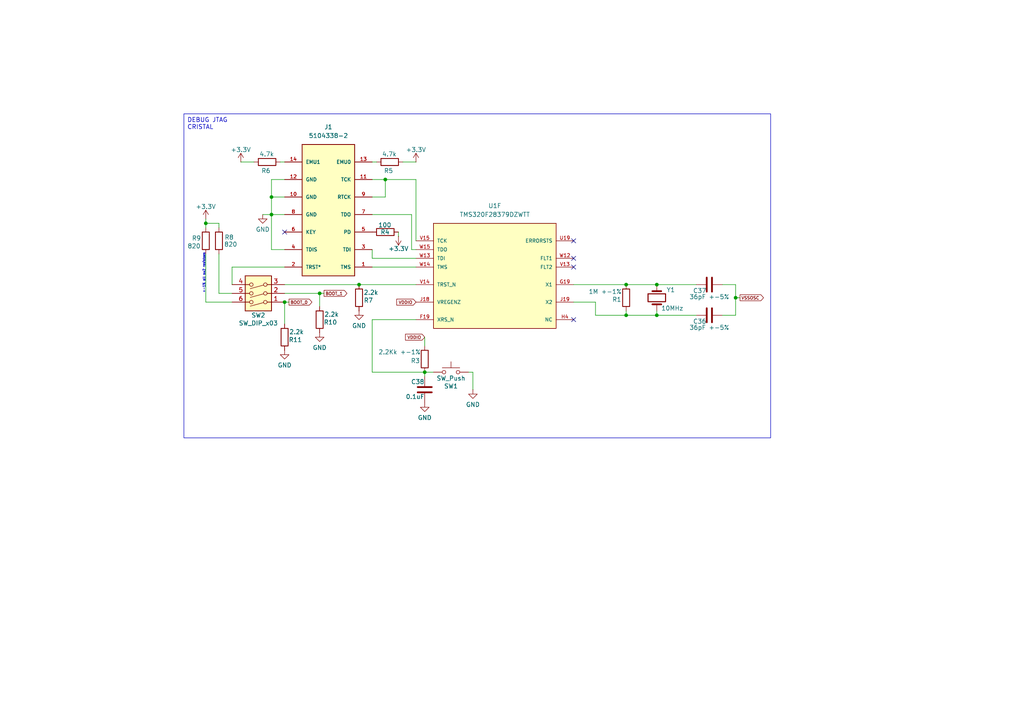
<source format=kicad_sch>
(kicad_sch (version 20250114) (generator "eeschema") (generator_version "9.0")
  (paper "A4")
  (lib_symbols
    (symbol "5104338-2:5104338-2" (pin_names (offset 1.016))
      (property "Reference" "J1" (at 0 -22.86 0))
      (property "Value" "5104338-2" (at 0 -20.32 0))
      (symbol "5104338-2_0_0"
        (rectangle (start -5.08 20.32) (end 10.16 -17.78) (stroke (width 0.254)) (fill (type background)))
      )
      (symbol "5104338-2_1_0"
        (pin passive line (at -10.16 17.78 0) (length 5.08) (name "TMS") (number "1"))
        (pin passive line (at -10.16 12.7 0) (length 5.08) (name "TDI") (number "3"))
        (pin passive line (at -10.16 7.62 0) (length 5.08) (name "PD") (number "5"))
        (pin passive line (at -10.16 2.54 0) (length 5.08) (name "TDO") (number "7"))
        (pin passive line (at -10.16 -2.54 0) (length 5.08) (name "RTCK") (number "9"))
        (pin passive line (at -10.16 -7.62 0) (length 5.08) (name "TCK") (number "11"))
        (pin passive line (at -10.16 -12.7 0) (length 5.08) (name "EMU0") (number "13"))
        (pin passive line (at 15.24 17.78 180) (length 5.08) (name "TRST*") (number "2"))
        (pin passive line (at 15.24 12.7 180) (length 5.08) (name "TDIS") (number "4"))
        (pin passive line (at 15.24 7.62 180) (length 5.08) (name "KEY") (number "6"))
        (pin passive line (at 15.24 2.54 180) (length 5.08) (name "GND") (number "8"))
        (pin passive line (at 15.24 -2.54 180) (length 5.08) (name "GND") (number "10"))
        (pin passive line (at 15.24 -7.62 180) (length 5.08) (name "GND") (number "12"))
        (pin passive line (at 15.24 -12.7 180) (length 5.08) (name "EMU1") (number "14"))
      )
    )
    (symbol "Device:C" (pin_numbers (hide yes)) (pin_names (offset 0.254))
      (property "Reference" "C" (at 0.635 2.54 0))
      (property "Value" "C" (at 0.635 -2.54 0))
      (symbol "C_0_1"
        (polyline (pts (xy -2.032 0.762) (xy 2.032 0.762)) (stroke (width 0.508)))
        (polyline (pts (xy -2.032 -0.762) (xy 2.032 -0.762)) (stroke (width 0.508)))
      )
      (symbol "C_1_1"
        (pin passive line (at 0 3.81 270) (length 2.794) (name "~") (number "1"))
        (pin passive line (at 0 -3.81 90) (length 2.794) (name "~") (number "2"))
      )
    )
    (symbol "Device:Crystal" (pin_numbers (hide yes)) (pin_names (offset 1.016) (hide yes))
      (property "Reference" "Y" (at 0 3.81 0))
      (property "Value" "Crystal" (at 0 -3.81 0))
      (symbol "Crystal_0_1"
        (polyline (pts (xy -2.54 0) (xy -1.905 0)))
        (polyline (pts (xy -1.905 -1.27) (xy -1.905 1.27)) (stroke (width 0.508)))
        (rectangle (start -1.143 2.54) (end 1.143 -2.54) (stroke (width 0.3048)))
        (polyline (pts (xy 1.905 -1.27) (xy 1.905 1.27)) (stroke (width 0.508)))
        (polyline (pts (xy 2.54 0) (xy 1.905 0)))
      )
      (symbol "Crystal_1_1"
        (pin passive line (at -3.81 0 0) (length 1.27) (name "1") (number "1"))
        (pin passive line (at 3.81 0 180) (length 1.27) (name "2") (number "2"))
      )
    )
    (symbol "Device:R" (pin_numbers (hide yes)) (pin_names (offset 0))
      (property "Reference" "R" (at 2.032 0 90))
      (property "Value" "R" (at 0 0 90))
      (symbol "R_0_1"
        (rectangle (start -1.016 -2.54) (end 1.016 2.54) (stroke (width 0.254)))
      )
      (symbol "R_1_1"
        (pin passive line (at 0 3.81 270) (length 1.27) (name "~") (number "1"))
        (pin passive line (at 0 -3.81 90) (length 1.27) (name "~") (number "2"))
      )
    )
    (symbol "Switch:SW_DIP_x03" (pin_names (offset 0) (hide yes))
      (property "Reference" "SW" (at 0 6.35 0))
      (property "Value" "SW_DIP_x03" (at 0 -6.35 0))
      (symbol "SW_DIP_x03_0_0"
        (circle (center -2.032 2.54) (radius 0.508))
        (circle (center -2.032 0) (radius 0.508))
        (circle (center -2.032 -2.54) (radius 0.508))
        (polyline (pts (xy -1.524 2.667) (xy 2.3622 3.7084)))
        (polyline (pts (xy -1.524 0.127) (xy 2.3622 1.1684)))
        (polyline (pts (xy -1.524 -2.413) (xy 2.3622 -1.3716)))
        (circle (center 2.032 2.54) (radius 0.508))
        (circle (center 2.032 0) (radius 0.508))
        (circle (center 2.032 -2.54) (radius 0.508))
      )
      (symbol "SW_DIP_x03_0_1"
        (rectangle (start -3.81 5.08) (end 3.81 -5.08) (stroke (width 0.254)) (fill (type background)))
      )
      (symbol "SW_DIP_x03_1_1"
        (pin passive line (at -7.62 2.54 0) (length 5.08) (name "~") (number "1"))
        (pin passive line (at -7.62 0 0) (length 5.08) (name "~") (number "2"))
        (pin passive line (at -7.62 -2.54 0) (length 5.08) (name "~") (number "3"))
        (pin passive line (at 7.62 2.54 180) (length 5.08) (name "~") (number "6"))
        (pin passive line (at 7.62 0 180) (length 5.08) (name "~") (number "5"))
        (pin passive line (at 7.62 -2.54 180) (length 5.08) (name "~") (number "4"))
      )
    )
    (symbol "Switch:SW_Push" (pin_numbers (hide yes)) (pin_names (offset 1.016) (hide yes))
      (property "Reference" "SW" (at 1.27 2.54 0))
      (property "Value" "SW_Push" (at 0 -1.524 0))
      (symbol "SW_Push_0_1"
        (circle (center -2.032 0) (radius 0.508))
        (polyline (pts (xy 0 1.27) (xy 0 3.048)))
        (circle (center 2.032 0) (radius 0.508))
        (polyline (pts (xy 2.54 1.27) (xy -2.54 1.27)))
        (pin passive line (at -5.08 0 0) (length 2.54) (name "1") (number "1"))
        (pin passive line (at 5.08 0 180) (length 2.54) (name "2") (number "2"))
      )
    )
    (symbol "TMS320F28379DZWTT_1" (pin_names (offset 1.016))
      (property "Reference" "U1" (at 0 20.32 0))
      (property "Value" "TMS320F28379DZWTT" (at 0 17.78 0))
      (symbol "TMS320F28379DZWTT_1_1_0"
        (rectangle (start -20.32 -38.1) (end 20.32 38.1) (stroke (width 0.2032)) (fill (type background)))
        (pin input line (at -25.4 33.02 0) (length 5.08) (name "ADCINA0") (number "U1"))
        (pin input line (at -25.4 30.48 0) (length 5.08) (name "ADCINA1") (number "T1"))
        (pin input line (at -25.4 27.94 0) (length 5.08) (name "ADCINA2") (number "U2"))
        (pin input line (at -25.4 25.4 0) (length 5.08) (name "ADCINA3") (number "T2"))
        (pin input line (at -25.4 22.86 0) (length 5.08) (name "ADCINA4") (number "U3"))
        (pin input line (at -25.4 20.32 0) (length 5.08) (name "ADCINA5") (number "T3"))
        (pin input line (at -25.4 15.24 0) (length 5.08) (name "ADCIN14") (number "T4"))
        (pin input line (at -25.4 12.7 0) (length 5.08) (name "ADCIN15") (number "U4"))
        (pin input line (at -25.4 7.62 0) (length 5.08) (name "ADCINB0") (number "V2"))
        (pin input line (at -25.4 5.08 0) (length 5.08) (name "ADCINB1") (number "W2"))
        (pin input line (at -25.4 2.54 0) (length 5.08) (name "ADCINB2") (number "V3"))
        (pin input line (at -25.4 0 0) (length 5.08) (name "ADCINB3") (number "W3"))
        (pin input line (at -25.4 -2.54 0) (length 5.08) (name "ADCINB4") (number "V4"))
        (pin input line (at -25.4 -5.08 0) (length 5.08) (name "ADCINB5") (number "W4"))
        (pin input line (at -25.4 -10.16 0) (length 5.08) (name "ADCINC2") (number "R3"))
        (pin input line (at -25.4 -12.7 0) (length 5.08) (name "ADCINC3") (number "P3"))
        (pin input line (at -25.4 -15.24 0) (length 5.08) (name "ADCINC4") (number "R4"))
        (pin input line (at -25.4 -17.78 0) (length 5.08) (name "ADCINC5") (number "P4"))
        (pin input line (at -25.4 -22.86 0) (length 5.08) (name "ADCIND0") (number "T5"))
        (pin input line (at -25.4 -25.4 0) (length 5.08) (name "ADCIND1") (number "U5"))
        (pin input line (at -25.4 -27.94 0) (length 5.08) (name "ADCIND2") (number "T6"))
        (pin input line (at -25.4 -30.48 0) (length 5.08) (name "ADCIND3") (number "U6"))
        (pin input line (at -25.4 -33.02 0) (length 5.08) (name "ADCIND4") (number "T7"))
        (pin input line (at -25.4 -35.56 0) (length 5.08) (name "ADCIND5") (number "U7"))
        (pin input line (at 25.4 33.02 180) (length 5.08) (name "VREFHIA") (number "V1"))
        (pin input line (at 25.4 27.94 180) (length 5.08) (name "VREFLOA") (number "R2"))
        (pin input line (at 25.4 7.62 180) (length 5.08) (name "VREFHIB") (number "W5"))
        (pin input line (at 25.4 2.54 180) (length 5.08) (name "VREFLOB") (number "V6"))
        (pin input line (at 25.4 -10.16 180) (length 5.08) (name "VREFHIC") (number "R1"))
        (pin input line (at 25.4 -15.24 180) (length 5.08) (name "VREFLOC") (number "P2"))
        (pin input line (at 25.4 -22.86 180) (length 5.08) (name "VREFHID") (number "V5"))
        (pin input line (at 25.4 -27.94 180) (length 5.08) (name "VREFLOD") (number "W6"))
      )
      (symbol "TMS320F28379DZWTT_1_2_0"
        (rectangle (start -20.32 -33.02) (end 20.32 33.02) (stroke (width 0.2032)) (fill (type background)))
        (pin bidirectional line (at -25.4 30.48 0) (length 5.08) (name "GPIO0") (number "C8"))
        (pin bidirectional line (at -25.4 27.94 0) (length 5.08) (name "GPIO1") (number "D8"))
        (pin bidirectional line (at -25.4 25.4 0) (length 5.08) (name "GPIO2") (number "A7"))
        (pin bidirectional line (at -25.4 22.86 0) (length 5.08) (name "GPIO3") (number "B7"))
        (pin bidirectional line (at -25.4 20.32 0) (length 5.08) (name "GPIO4") (number "C7"))
        (pin bidirectional line (at -25.4 17.78 0) (length 5.08) (name "GPIO5") (number "D7"))
        (pin bidirectional line (at -25.4 15.24 0) (length 5.08) (name "GPIO6") (number "A6"))
        (pin bidirectional line (at -25.4 12.7 0) (length 5.08) (name "GPIO7") (number "B6"))
        (pin bidirectional line (at -25.4 10.16 0) (length 5.08) (name "GPIO8") (number "G2"))
        (pin bidirectional line (at -25.4 7.62 0) (length 5.08) (name "GPIO9") (number "G3"))
        (pin bidirectional line (at -25.4 5.08 0) (length 5.08) (name "GPIO10") (number "B2"))
        (pin bidirectional line (at -25.4 2.54 0) (length 5.08) (name "GPIO11") (number "C1"))
        (pin bidirectional line (at -25.4 0 0) (length 5.08) (name "GPIO12") (number "C2"))
        (pin bidirectional line (at -25.4 -2.54 0) (length 5.08) (name "GPIO13") (number "D1"))
        (pin bidirectional line (at -25.4 -5.08 0) (length 5.08) (name "GPIO14") (number "D2"))
        (pin bidirectional line (at -25.4 -7.62 0) (length 5.08) (name "GPIO15") (number "D3"))
        (pin bidirectional line (at -25.4 -10.16 0) (length 5.08) (name "GPIO16") (number "E1"))
        (pin bidirectional line (at -25.4 -12.7 0) (length 5.08) (name "GPIO17") (number "E2"))
        (pin bidirectional line (at -25.4 -15.24 0) (length 5.08) (name "GPIO18") (number "E3"))
        (pin bidirectional line (at -25.4 -17.78 0) (length 5.08) (name "GPIO19") (number "E4"))
        (pin bidirectional line (at -25.4 -20.32 0) (length 5.08) (name "GPIO20") (number "F2"))
        (pin bidirectional line (at -25.4 -22.86 0) (length 5.08) (name "GPIO21") (number "F3"))
        (pin bidirectional line (at -25.4 -25.4 0) (length 5.08) (name "GPIO22") (number "J4"))
        (pin bidirectional line (at -25.4 -27.94 0) (length 5.08) (name "GPIO23") (number "K4"))
        (pin bidirectional line (at -25.4 -30.48 0) (length 5.08) (name "GPIO24") (number "K3"))
        (pin bidirectional line (at 25.4 30.48 180) (length 5.08) (name "GPIO49") (number "R17"))
        (pin bidirectional line (at 25.4 27.94 180) (length 5.08) (name "GPIO48") (number "R16"))
        (pin bidirectional line (at 25.4 25.4 180) (length 5.08) (name "GPIO47") (number "E18"))
        (pin bidirectional line (at 25.4 22.86 180) (length 5.08) (name "GPIO46") (number "E19"))
        (pin bidirectional line (at 25.4 20.32 180) (length 5.08) (name "GPIO45") (number "K19"))
        (pin bidirectional line (at 25.4 17.78 180) (length 5.08) (name "GPIO44") (number "K18"))
        (pin bidirectional line (at 25.4 15.24 180) (length 5.08) (name "GPIO43") (number "C19"))
        (pin bidirectional line (at 25.4 12.7 180) (length 5.08) (name "GPIO42") (number "D19"))
        (pin bidirectional line (at 25.4 10.16 180) (length 5.08) (name "GPIO41") (number "U17"))
        (pin bidirectional line (at 25.4 7.62 180) (length 5.08) (name "GPIO40") (number "V17"))
        (pin bidirectional line (at 25.4 5.08 180) (length 5.08) (name "GPIO39") (number "W17"))
        (pin bidirectional line (at 25.4 2.54 180) (length 5.08) (name "GPIO38") (number "T16"))
        (pin bidirectional line (at 25.4 0 180) (length 5.08) (name "GPIO37") (number "U16"))
        (pin bidirectional line (at 25.4 -2.54 180) (length 5.08) (name "GPIO36") (number "V16"))
        (pin bidirectional line (at 25.4 -5.08 180) (length 5.08) (name "GPIO35") (number "T14"))
        (pin bidirectional line (at 25.4 -7.62 180) (length 5.08) (name "GPIO34") (number "U14"))
        (pin bidirectional line (at 25.4 -10.16 180) (length 5.08) (name "GPIO33") (number "T13"))
        (pin bidirectional line (at 25.4 -12.7 180) (length 5.08) (name "GPIO32") (number "U13"))
        (pin bidirectional line (at 25.4 -15.24 180) (length 5.08) (name "GPIO31") (number "U11"))
        (pin bidirectional line (at 25.4 -17.78 180) (length 5.08) (name "GPIO30") (number "T11"))
        (pin bidirectional line (at 25.4 -20.32 180) (length 5.08) (name "GPIO29") (number "W11"))
        (pin bidirectional line (at 25.4 -22.86 180) (length 5.08) (name "GPIO28") (number "V11"))
        (pin bidirectional line (at 25.4 -25.4 180) (length 5.08) (name "GPIO27") (number "L1"))
        (pin bidirectional line (at 25.4 -27.94 180) (length 5.08) (name "GPIO26") (number "K1"))
        (pin bidirectional line (at 25.4 -30.48 180) (length 5.08) (name "GPIO25") (number "K2"))
      )
      (symbol "TMS320F28379DZWTT_1_3_0"
        (rectangle (start -20.32 -33.02) (end 20.32 33.02) (stroke (width 0.2032)) (fill (type background)))
        (pin bidirectional line (at -25.4 30.48 0) (length 5.08) (name "GPIO50") (number "R18"))
        (pin bidirectional line (at -25.4 27.94 0) (length 5.08) (name "GPIO51") (number "R19"))
        (pin bidirectional line (at -25.4 25.4 0) (length 5.08) (name "GPIO52") (number "P16"))
        (pin bidirectional line (at -25.4 22.86 0) (length 5.08) (name "GPIO53") (number "P17"))
        (pin bidirectional line (at -25.4 20.32 0) (length 5.08) (name "GPIO54") (number "P18"))
        (pin bidirectional line (at -25.4 17.78 0) (length 5.08) (name "GPIO55") (number "P19"))
        (pin bidirectional line (at -25.4 15.24 0) (length 5.08) (name "GPIO56") (number "N16"))
        (pin bidirectional line (at -25.4 12.7 0) (length 5.08) (name "GPIO57") (number "N18"))
        (pin bidirectional line (at -25.4 10.16 0) (length 5.08) (name "GPIO58") (number "N17"))
        (pin bidirectional line (at -25.4 7.62 0) (length 5.08) (name "GPIO59") (number "M16"))
        (pin bidirectional line (at -25.4 5.08 0) (length 5.08) (name "GPIO60") (number "M17"))
        (pin bidirectional line (at -25.4 2.54 0) (length 5.08) (name "GPIO61") (number "L16"))
        (pin bidirectional line (at -25.4 0 0) (length 5.08) (name "GPIO62") (number "J17"))
        (pin bidirectional line (at -25.4 -2.54 0) (length 5.08) (name "GPIO63") (number "J16"))
        (pin bidirectional line (at -25.4 -5.08 0) (length 5.08) (name "GPIO64") (number "L17"))
        (pin bidirectional line (at -25.4 -7.62 0) (length 5.08) (name "GPIO65") (number "K16"))
        (pin bidirectional line (at -25.4 -10.16 0) (length 5.08) (name "GPIO66") (number "K17"))
        (pin bidirectional line (at -25.4 -12.7 0) (length 5.08) (name "GPIO67") (number "B19"))
        (pin bidirectional line (at -25.4 -15.24 0) (length 5.08) (name "GPIO68") (number "C18"))
        (pin bidirectional line (at -25.4 -17.78 0) (length 5.08) (name "GPIO69") (number "B18"))
        (pin bidirectional line (at -25.4 -20.32 0) (length 5.08) (name "GPIO70") (number "A17"))
        (pin bidirectional line (at -25.4 -22.86 0) (length 5.08) (name "GPIO71") (number "B17"))
        (pin bidirectional line (at -25.4 -25.4 0) (length 5.08) (name "GPIO72") (number "B16"))
        (pin bidirectional line (at -25.4 -27.94 0) (length 5.08) (name "GPIO73") (number "A16"))
        (pin bidirectional line (at -25.4 -30.48 0) (length 5.08) (name "GPIO74") (number "C17"))
        (pin bidirectional line (at 25.4 30.48 180) (length 5.08) (name "GPIO99") (number "G1"))
        (pin bidirectional line (at 25.4 27.94 180) (length 5.08) (name "GPIO98") (number "F1"))
        (pin bidirectional line (at 25.4 25.4 180) (length 5.08) (name "GPIO97") (number "A2"))
        (pin bidirectional line (at 25.4 22.86 180) (length 5.08) (name "GPIO96") (number "C3"))
        (pin bidirectional line (at 25.4 20.32 180) (length 5.08) (name "GPIO95") (number "B3"))
        (pin bidirectional line (at 25.4 17.78 180) (length 5.08) (name "GPIO94") (number "A3"))
        (pin bidirectional line (at 25.4 15.24 180) (length 5.08) (name "GPIO93") (number "B4"))
        (pin bidirectional line (at 25.4 12.7 180) (length 5.08) (name "GPIO92") (number "A4"))
        (pin bidirectional line (at 25.4 10.16 180) (length 5.08) (name "GPIO91") (number "B5"))
        (pin bidirectional line (at 25.4 7.62 180) (length 5.08) (name "GPIO90") (number "A5"))
        (pin bidirectional line (at 25.4 5.08 180) (length 5.08) (name "GPIO89") (number "D6"))
        (pin bidirectional line (at 25.4 2.54 180) (length 5.08) (name "GPIO88") (number "C6"))
        (pin bidirectional line (at 25.4 0 180) (length 5.08) (name "GPIO87") (number "D11"))
        (pin bidirectional line (at 25.4 -2.54 180) (length 5.08) (name "GPIO86") (number "C11"))
        (pin bidirectional line (at 25.4 -5.08 180) (length 5.08) (name "GPIO85") (number "B11"))
        (pin bidirectional line (at 25.4 -7.62 180) (length 5.08) (name "GPIO84") (number "A11"))
        (pin bidirectional line (at 25.4 -10.16 180) (length 5.08) (name "GPIO83") (number "C14"))
        (pin bidirectional line (at 25.4 -12.7 180) (length 5.08) (name "GPIO82") (number "B14"))
        (pin bidirectional line (at 25.4 -15.24 180) (length 5.08) (name "GPIO81") (number "A14"))
        (pin bidirectional line (at 25.4 -17.78 180) (length 5.08) (name "GPIO80") (number "D15"))
        (pin bidirectional line (at 25.4 -20.32 180) (length 5.08) (name "GPIO79") (number "C15"))
        (pin bidirectional line (at 25.4 -22.86 180) (length 5.08) (name "GPIO78") (number "B15"))
        (pin bidirectional line (at 25.4 -25.4 180) (length 5.08) (name "GPIO77") (number "A15"))
        (pin bidirectional line (at 25.4 -27.94 180) (length 5.08) (name "GPIO76") (number "C16"))
        (pin bidirectional line (at 25.4 -30.48 180) (length 5.08) (name "GPIO75") (number "D16"))
      )
      (symbol "TMS320F28379DZWTT_1_4_0"
        (rectangle (start -20.32 -30.48) (end 20.32 35.56) (stroke (width 0.2032)) (fill (type background)))
        (pin bidirectional line (at -25.4 33.02 0) (length 5.08) (name "GPIO100") (number "H1"))
        (pin bidirectional line (at -25.4 30.48 0) (length 5.08) (name "GPIO101") (number "H2"))
        (pin bidirectional line (at -25.4 27.94 0) (length 5.08) (name "GPIO102") (number "H3"))
        (pin bidirectional line (at -25.4 25.4 0) (length 5.08) (name "GPIO103") (number "J1"))
        (pin bidirectional line (at -25.4 22.86 0) (length 5.08) (name "GPIO104") (number "J2"))
        (pin bidirectional line (at -25.4 20.32 0) (length 5.08) (name "GPIO105") (number "J3"))
        (pin bidirectional line (at -25.4 17.78 0) (length 5.08) (name "GPIO106") (number "L2"))
        (pin bidirectional line (at -25.4 15.24 0) (length 5.08) (name "GPIO107") (number "L3"))
        (pin bidirectional line (at -25.4 12.7 0) (length 5.08) (name "GPIO108") (number "L4"))
        (pin bidirectional line (at -25.4 10.16 0) (length 5.08) (name "GPIO109") (number "N2"))
        (pin bidirectional line (at -25.4 7.62 0) (length 5.08) (name "GPIO110") (number "M2"))
        (pin bidirectional line (at -25.4 5.08 0) (length 5.08) (name "GPIO111") (number "M4"))
        (pin bidirectional line (at -25.4 2.54 0) (length 5.08) (name "GPIO112") (number "M3"))
        (pin bidirectional line (at -25.4 0 0) (length 5.08) (name "GPIO113") (number "N4"))
        (pin bidirectional line (at -25.4 -2.54 0) (length 5.08) (name "GPIO114") (number "N3"))
        (pin bidirectional line (at -25.4 -5.08 0) (length 5.08) (name "GPIO115") (number "V12"))
        (pin bidirectional line (at -25.4 -7.62 0) (length 5.08) (name "GPIO116") (number "W10"))
        (pin bidirectional line (at -25.4 -10.16 0) (length 5.08) (name "GPIO117") (number "U12"))
        (pin bidirectional line (at -25.4 -12.7 0) (length 5.08) (name "GPIO118") (number "T12"))
        (pin bidirectional line (at -25.4 -15.24 0) (length 5.08) (name "GPIO119") (number "T15"))
        (pin bidirectional line (at -25.4 -17.78 0) (length 5.08) (name "GPIO120") (number "U15"))
        (pin bidirectional line (at -25.4 -20.32 0) (length 5.08) (name "GPIO121") (number "W16"))
        (pin bidirectional line (at -25.4 -22.86 0) (length 5.08) (name "GPIO122") (number "T8"))
        (pin bidirectional line (at -25.4 -25.4 0) (length 5.08) (name "GPIO123") (number "U8"))
        (pin bidirectional line (at -25.4 -27.94 0) (length 5.08) (name "GPIO124") (number "V8"))
        (pin bidirectional line (at 25.4 33.02 180) (length 5.08) (name "GPIO149") (number "A13"))
        (pin bidirectional line (at 25.4 30.48 180) (length 5.08) (name "GPIO148") (number "D14"))
        (pin bidirectional line (at 25.4 27.94 180) (length 5.08) (name "GPIO147") (number "D17"))
        (pin bidirectional line (at 25.4 25.4 180) (length 5.08) (name "GPIO146") (number "D18"))
        (pin bidirectional line (at 25.4 22.86 180) (length 5.08) (name "GPIO145") (number "E17"))
        (pin bidirectional line (at 25.4 20.32 180) (length 5.08) (name "GPIO144") (number "F17"))
        (pin bidirectional line (at 25.4 17.78 180) (length 5.08) (name "GPIO143") (number "F18"))
        (pin bidirectional line (at 25.4 15.24 180) (length 5.08) (name "GPIO142") (number "L19"))
        (pin bidirectional line (at 25.4 12.7 180) (length 5.08) (name "GPIO141") (number "M18"))
        (pin bidirectional line (at 25.4 10.16 180) (length 5.08) (name "GPIO140") (number "M19"))
        (pin bidirectional line (at 25.4 7.62 180) (length 5.08) (name "GPIO139") (number "N19"))
        (pin bidirectional line (at 25.4 5.08 180) (length 5.08) (name "GPIO138") (number "T19"))
        (pin bidirectional line (at 25.4 2.54 180) (length 5.08) (name "GPIO137") (number "T18"))
        (pin bidirectional line (at 25.4 0 180) (length 5.08) (name "GPIO136") (number "T17"))
        (pin bidirectional line (at 25.4 -2.54 180) (length 5.08) (name "GPIO135") (number "U18"))
        (pin bidirectional line (at 25.4 -5.08 180) (length 5.08) (name "GPIO134") (number "V18"))
        (pin bidirectional line (at 25.4 -7.62 180) (length 5.08) (name "GPIO133") (number "G18"))
        (pin bidirectional line (at 25.4 -10.16 180) (length 5.08) (name "GPIO132") (number "W18"))
        (pin bidirectional line (at 25.4 -12.7 180) (length 5.08) (name "GPIO131") (number "V10"))
        (pin bidirectional line (at 25.4 -15.24 180) (length 5.08) (name "GPIO130") (number "U10"))
        (pin bidirectional line (at 25.4 -17.78 180) (length 5.08) (name "GPIO129") (number "T10"))
        (pin bidirectional line (at 25.4 -20.32 180) (length 5.08) (name "GPIO128") (number "W9"))
        (pin bidirectional line (at 25.4 -22.86 180) (length 5.08) (name "GPIO127") (number "V9"))
        (pin bidirectional line (at 25.4 -25.4 180) (length 5.08) (name "GPIO126") (number "U9"))
        (pin bidirectional line (at 25.4 -27.94 180) (length 5.08) (name "GPIO125") (number "T9"))
      )
      (symbol "TMS320F28379DZWTT_1_5_0"
        (rectangle (start -20.32 -15.24) (end 20.32 12.7) (stroke (width 0.2032)) (fill (type background)))
        (pin bidirectional line (at -25.4 10.16 0) (length 5.08) (name "GPIO150") (number "B13"))
        (pin bidirectional line (at -25.4 7.62 0) (length 5.08) (name "GPIO151") (number "C13"))
        (pin bidirectional line (at -25.4 5.08 0) (length 5.08) (name "GPIO152") (number "D13"))
        (pin bidirectional line (at -25.4 2.54 0) (length 5.08) (name "GPIO153") (number "A12"))
        (pin bidirectional line (at -25.4 0 0) (length 5.08) (name "GPIO154") (number "B12"))
        (pin bidirectional line (at -25.4 -2.54 0) (length 5.08) (name "GPIO155") (number "C12"))
        (pin bidirectional line (at -25.4 -5.08 0) (length 5.08) (name "GPIO156") (number "D12"))
        (pin bidirectional line (at -25.4 -7.62 0) (length 5.08) (name "GPIO157") (number "B10"))
        (pin bidirectional line (at -25.4 -10.16 0) (length 5.08) (name "GPIO158") (number "C10"))
        (pin bidirectional line (at -25.4 -12.7 0) (length 5.08) (name "GPIO159") (number "D10"))
        (pin bidirectional line (at 25.4 7.62 180) (length 5.08) (name "GPIO168") (number "D4"))
        (pin bidirectional line (at 25.4 5.08 180) (length 5.08) (name "GPIO167") (number "C4"))
        (pin bidirectional line (at 25.4 2.54 180) (length 5.08) (name "GPIO166") (number "D5"))
        (pin bidirectional line (at 25.4 0 180) (length 5.08) (name "GPIO165") (number "C5"))
        (pin bidirectional line (at 25.4 -2.54 180) (length 5.08) (name "GPIO164") (number "B8"))
        (pin bidirectional line (at 25.4 -5.08 180) (length 5.08) (name "GPIO163") (number "A8"))
        (pin bidirectional line (at 25.4 -7.62 180) (length 5.08) (name "GPIO162") (number "D9"))
        (pin bidirectional line (at 25.4 -10.16 180) (length 5.08) (name "GPIO161") (number "C9"))
        (pin bidirectional line (at 25.4 -12.7 180) (length 5.08) (name "GPIO160") (number "B9"))
      )
      (symbol "TMS320F28379DZWTT_1_6_0"
        (rectangle (start -17.78 15.24) (end 17.78 -15.24) (stroke (width 0.2032)) (fill (type background)))
        (pin input line (at -22.86 10.16 0) (length 5.08) (name "TCK") (number "V15"))
        (pin output line (at -22.86 7.62 0) (length 5.08) (name "TDO") (number "W15"))
        (pin input line (at -22.86 5.08 0) (length 5.08) (name "TDI") (number "W13"))
        (pin input line (at -22.86 2.54 0) (length 5.08) (name "TMS") (number "W14"))
        (pin input line (at -22.86 -2.54 0) (length 5.08) (name "TRST_N") (number "V14"))
        (pin input line (at -22.86 -7.62 0) (length 5.08) (name "VREGENZ") (number "J18"))
        (pin bidirectional line (at -22.86 -12.7 0) (length 5.08) (name "XRS_N") (number "F19"))
        (pin output line (at 22.86 10.16 180) (length 5.08) (name "ERRORSTS") (number "U19"))
        (pin bidirectional line (at 22.86 5.08 180) (length 5.08) (name "FLT1") (number "W12"))
        (pin bidirectional line (at 22.86 2.54 180) (length 5.08) (name "FLT2") (number "V13"))
        (pin input line (at 22.86 -2.54 180) (length 5.08) (name "X1") (number "G19"))
        (pin output line (at 22.86 -7.62 180) (length 5.08) (name "X2") (number "J19"))
        (pin passive line (at 22.86 -12.7 180) (length 5.08) (name "NC") (number "H4"))
      )
      (symbol "TMS320F28379DZWTT_1_7_0"
        (rectangle (start -17.78 -38.1) (end 17.78 38.1) (stroke (width 0.2032)) (fill (type background)))
        (pin power_in line (at -22.86 33.02 0) (length 5.08) (name "VDDOSC_H16") (number "H16"))
        (pin power_in line (at -22.86 30.48 0) (length 5.08) (name "VDDOSC_H17") (number "H17"))
        (pin power_in line (at -22.86 25.4 0) (length 5.08) (name "VDDA_P6") (number "P6"))
        (pin power_in line (at -22.86 22.86 0) (length 5.08) (name "VDDA_R6") (number "R6"))
        (pin power_in line (at -22.86 17.78 0) (length 5.08) (name "VDD3VFL_R11") (number "R11"))
        (pin power_in line (at -22.86 15.24 0) (length 5.08) (name "VDD3VFL_R12") (number "R12"))
        (pin power_in line (at -22.86 10.16 0) (length 5.08) (name "VDD_E9") (number "E9"))
        (pin power_in line (at -22.86 7.62 0) (length 5.08) (name "VDD_E11") (number "E11"))
        (pin power_in line (at -22.86 5.08 0) (length 5.08) (name "VDD_F9") (number "F9"))
        (pin power_in line (at -22.86 2.54 0) (length 5.08) (name "VDD_F11") (number "F11"))
        (pin power_in line (at -22.86 0 0) (length 5.08) (name "VDD_G14") (number "G14"))
        (pin power_in line (at -22.86 -2.54 0) (length 5.08) (name "VDD_G15") (number "G15"))
        (pin power_in line (at -22.86 -5.08 0) (length 5.08) (name "VDD_J14") (number "J14"))
        (pin power_in line (at -22.86 -7.62 0) (length 5.08) (name "VDD_J15") (number "J15"))
        (pin power_in line (at -22.86 -10.16 0) (length 5.08) (name "VDD_K5") (number "K5"))
        (pin power_in line (at -22.86 -12.7 0) (length 5.08) (name "VDD_K6") (number "K6"))
        (pin power_in line (at -22.86 -15.24 0) (length 5.08) (name "VDD_P10") (number "P10"))
        (pin power_in line (at -22.86 -17.78 0) (length 5.08) (name "VDD_P13") (number "P13"))
        (pin power_in line (at -22.86 -20.32 0) (length 5.08) (name "VDD_R10") (number "R10"))
        (pin power_in line (at -22.86 -22.86 0) (length 5.08) (name "VDD_R13") (number "R13"))
        (pin power_in line (at 22.86 33.02 180) (length 5.08) (name "VDDIO_A9") (number "A9"))
        (pin power_in line (at 22.86 30.48 180) (length 5.08) (name "VDDIO_A18") (number "A18"))
        (pin power_in line (at 22.86 27.94 180) (length 5.08) (name "VDDIO_B1") (number "B1"))
        (pin power_in line (at 22.86 25.4 180) (length 5.08) (name "VDDIO_E7") (number "E7"))
        (pin power_in line (at 22.86 22.86 180) (length 5.08) (name "VDDIO_E10") (number "E10"))
        (pin power_in line (at 22.86 20.32 180) (length 5.08) (name "VDDIO_E13") (number "E13"))
        (pin power_in line (at 22.86 17.78 180) (length 5.08) (name "VDDIO_E16") (number "E16"))
        (pin power_in line (at 22.86 15.24 180) (length 5.08) (name "VDDIO_F4") (number "F4"))
        (pin power_in line (at 22.86 12.7 180) (length 5.08) (name "VDDIO_F7") (number "F7"))
        (pin power_in line (at 22.86 10.16 180) (length 5.08) (name "VDDIO_F10") (number "F10"))
        (pin power_in line (at 22.86 7.62 180) (length 5.08) (name "VDDIO_F13") (number "F13"))
        (pin power_in line (at 22.86 5.08 180) (length 5.08) (name "VDDIO_F16") (number "F16"))
        (pin power_in line (at 22.86 2.54 180) (length 5.08) (name "VDDIO_G4") (number "G4"))
        (pin power_in line (at 22.86 0 180) (length 5.08) (name "VDDIO_G5") (number "G5"))
        (pin power_in line (at 22.86 -2.54 180) (length 5.08) (name "VDDIO_G6") (number "G6"))
        (pin power_in line (at 22.86 -5.08 180) (length 5.08) (name "VDDIO_H5") (number "H5"))
        (pin power_in line (at 22.86 -7.62 180) (length 5.08) (name "VDDIO_H6") (number "H6"))
        (pin power_in line (at 22.86 -10.16 180) (length 5.08) (name "VDDIO_L14") (number "L14"))
        (pin power_in line (at 22.86 -12.7 180) (length 5.08) (name "VDDIO_L15") (number "L15"))
        (pin power_in line (at 22.86 -15.24 180) (length 5.08) (name "VDDIO_M1") (number "M1"))
        (pin power_in line (at 22.86 -17.78 180) (length 5.08) (name "VDDIO_M5") (number "M5"))
        (pin power_in line (at 22.86 -20.32 180) (length 5.08) (name "VDDIO_M6") (number "M6"))
        (pin power_in line (at 22.86 -22.86 180) (length 5.08) (name "VDDIO_N14") (number "N14"))
        (pin power_in line (at 22.86 -25.4 180) (length 5.08) (name "VDDIO_N15") (number "N15"))
        (pin power_in line (at 22.86 -27.94 180) (length 5.08) (name "VDDIO_P9") (number "P9"))
        (pin power_in line (at 22.86 -30.48 180) (length 5.08) (name "VDDIO_R9") (number "R9"))
        (pin power_in line (at 22.86 -33.02 180) (length 5.08) (name "VDDIO_V19") (number "V19"))
        (pin power_in line (at 22.86 -35.56 180) (length 5.08) (name "VDDIO_W8") (number "W8"))
      )
      (symbol "TMS320F28379DZWTT_1_8_0"
        (rectangle (start -15.24 -50.8) (end 15.24 50.8) (stroke (width 0.2032)) (fill (type background)))
        (pin power_in line (at -20.32 48.26 0) (length 5.08) (name "VSS_A1") (number "A1"))
        (pin power_in line (at -20.32 45.72 0) (length 5.08) (name "VSS_A10") (number "A10"))
        (pin power_in line (at -20.32 43.18 0) (length 5.08) (name "VSS_A19") (number "A19"))
        (pin power_in line (at -20.32 40.64 0) (length 5.08) (name "VSS_E5") (number "E5"))
        (pin power_in line (at -20.32 38.1 0) (length 5.08) (name "VSS_E6") (number "E6"))
        (pin power_in line (at -20.32 35.56 0) (length 5.08) (name "VSS_E8") (number "E8"))
        (pin power_in line (at -20.32 33.02 0) (length 5.08) (name "VSS_E12") (number "E12"))
        (pin power_in line (at -20.32 30.48 0) (length 5.08) (name "VSS_E14") (number "E14"))
        (pin power_in line (at -20.32 27.94 0) (length 5.08) (name "VSS_E15") (number "E15"))
        (pin power_in line (at -20.32 25.4 0) (length 5.08) (name "VSS_F5") (number "F5"))
        (pin power_in line (at -20.32 22.86 0) (length 5.08) (name "VSS_F6") (number "F6"))
        (pin power_in line (at -20.32 20.32 0) (length 5.08) (name "VSS_F8") (number "F8"))
        (pin power_in line (at -20.32 17.78 0) (length 5.08) (name "VSS_F12") (number "F12"))
        (pin power_in line (at -20.32 15.24 0) (length 5.08) (name "VSS_F14") (number "F14"))
        (pin power_in line (at -20.32 12.7 0) (length 5.08) (name "VSS_F15") (number "F15"))
        (pin power_in line (at -20.32 10.16 0) (length 5.08) (name "VSS_G16") (number "G16"))
        (pin power_in line (at -20.32 7.62 0) (length 5.08) (name "VSS_G17") (number "G17"))
        (pin power_in line (at -20.32 5.08 0) (length 5.08) (name "VSS_H8") (number "H8"))
        (pin power_in line (at -20.32 2.54 0) (length 5.08) (name "VSS_H9") (number "H9"))
        (pin power_in line (at -20.32 0 0) (length 5.08) (name "VSS_H10") (number "H10"))
        (pin power_in line (at -20.32 -2.54 0) (length 5.08) (name "VSS_H11") (number "H11"))
        (pin power_in line (at -20.32 -5.08 0) (length 5.08) (name "VSS_H12") (number "H12"))
        (pin power_in line (at -20.32 -7.62 0) (length 5.08) (name "VSS_H14") (number "H14"))
        (pin power_in line (at -20.32 -10.16 0) (length 5.08) (name "VSS_H15") (number "H15"))
        (pin power_in line (at -20.32 -12.7 0) (length 5.08) (name "VSS_J5") (number "J5"))
        (pin power_in line (at -20.32 -15.24 0) (length 5.08) (name "VSS_J6") (number "J6"))
        (pin power_in line (at -20.32 -17.78 0) (length 5.08) (name "VSS_J8") (number "J8"))
        (pin power_in line (at -20.32 -20.32 0) (length 5.08) (name "VSS_J9") (number "J9"))
        (pin power_in line (at -20.32 -22.86 0) (length 5.08) (name "VSS_J10") (number "J10"))
        (pin power_in line (at -20.32 -25.4 0) (length 5.08) (name "VSS_J11") (number "J11"))
        (pin power_in line (at -20.32 -27.94 0) (length 5.08) (name "VSS_J12") (number "J12"))
        (pin power_in line (at -20.32 -30.48 0) (length 5.08) (name "VSS_K8") (number "K8"))
        (pin power_in line (at -20.32 -33.02 0) (length 5.08) (name "VSS_K9") (number "K9"))
        (pin power_in line (at -20.32 -35.56 0) (length 5.08) (name "VSS_K10") (number "K10"))
        (pin power_in line (at -20.32 -38.1 0) (length 5.08) (name "VSS_K11") (number "K11"))
        (pin power_in line (at -20.32 -40.64 0) (length 5.08) (name "VSS_K12") (number "K12"))
        (pin power_in line (at -20.32 -43.18 0) (length 5.08) (name "VSS_K14") (number "K14"))
        (pin power_in line (at -20.32 -45.72 0) (length 5.08) (name "VSS_K15") (number "K15"))
        (pin power_in line (at -20.32 -48.26 0) (length 5.08) (name "VSS_L5") (number "L5"))
        (pin power_in line (at 20.32 48.26 180) (length 5.08) (name "VSSOSC_H18") (number "H18"))
        (pin power_in line (at 20.32 45.72 180) (length 5.08) (name "VSSOSC_H19") (number "H19"))
        (pin power_in line (at 20.32 40.64 180) (length 5.08) (name "VSSA_P1") (number "P1"))
        (pin power_in line (at 20.32 38.1 180) (length 5.08) (name "VSSA_P5") (number "P5"))
        (pin power_in line (at 20.32 35.56 180) (length 5.08) (name "VSSA_R5") (number "R5"))
        (pin power_in line (at 20.32 33.02 180) (length 5.08) (name "VSSA_V7") (number "V7"))
        (pin power_in line (at 20.32 30.48 180) (length 5.08) (name "VSSA_W1") (number "W1"))
        (pin power_in line (at 20.32 22.86 180) (length 5.08) (name "VSS_W19") (number "W19"))
        (pin power_in line (at 20.32 20.32 180) (length 5.08) (name "VSS_W7") (number "W7"))
        (pin power_in line (at 20.32 17.78 180) (length 5.08) (name "VSS_R15") (number "R15"))
        (pin power_in line (at 20.32 15.24 180) (length 5.08) (name "VSS_R14") (number "R14"))
        (pin power_in line (at 20.32 12.7 180) (length 5.08) (name "VSS_R8") (number "R8"))
        (pin power_in line (at 20.32 10.16 180) (length 5.08) (name "VSS_R7") (number "R7"))
        (pin power_in line (at 20.32 7.62 180) (length 5.08) (name "VSS_P15") (number "P15"))
        (pin power_in line (at 20.32 5.08 180) (length 5.08) (name "VSS_P14") (number "P14"))
        (pin power_in line (at 20.32 2.54 180) (length 5.08) (name "VSS_P12") (number "P12"))
        (pin power_in line (at 20.32 0 180) (length 5.08) (name "VSS_P11") (number "P11"))
        (pin power_in line (at 20.32 -2.54 180) (length 5.08) (name "VSS_P8") (number "P8"))
        (pin power_in line (at 20.32 -5.08 180) (length 5.08) (name "VSS_P7") (number "P7"))
        (pin power_in line (at 20.32 -7.62 180) (length 5.08) (name "VSS_N6") (number "N6"))
        (pin power_in line (at 20.32 -10.16 180) (length 5.08) (name "VSS_N5") (number "N5"))
        (pin power_in line (at 20.32 -12.7 180) (length 5.08) (name "VSS_N1") (number "N1"))
        (pin power_in line (at 20.32 -15.24 180) (length 5.08) (name "VSS_M15") (number "M15"))
        (pin power_in line (at 20.32 -17.78 180) (length 5.08) (name "VSS_M14") (number "M14"))
        (pin power_in line (at 20.32 -20.32 180) (length 5.08) (name "VSS_M12") (number "M12"))
        (pin power_in line (at 20.32 -22.86 180) (length 5.08) (name "VSS_M11") (number "M11"))
        (pin power_in line (at 20.32 -25.4 180) (length 5.08) (name "VSS_M10") (number "M10"))
        (pin power_in line (at 20.32 -27.94 180) (length 5.08) (name "VSS_M9") (number "M9"))
        (pin power_in line (at 20.32 -30.48 180) (length 5.08) (name "VSS_M8") (number "M8"))
        (pin power_in line (at 20.32 -33.02 180) (length 5.08) (name "VSS_L18") (number "L18"))
        (pin power_in line (at 20.32 -35.56 180) (length 5.08) (name "VSS_L12") (number "L12"))
        (pin power_in line (at 20.32 -38.1 180) (length 5.08) (name "VSS_L11") (number "L11"))
        (pin power_in line (at 20.32 -40.64 180) (length 5.08) (name "VSS_L10") (number "L10"))
        (pin power_in line (at 20.32 -43.18 180) (length 5.08) (name "VSS_L9") (number "L9"))
        (pin power_in line (at 20.32 -45.72 180) (length 5.08) (name "VSS_L8") (number "L8"))
        (pin power_in line (at 20.32 -48.26 180) (length 5.08) (name "VSS_L6") (number "L6"))
      )
    )
    (symbol "power:+3.3V" (power) (pin_numbers (hide yes)) (pin_names (offset 0) (hide yes))
      (property "Value" "+3.3V" (at 0 3.556 0))
      (symbol "+3.3V_0_1"
        (polyline (pts (xy -0.762 1.27) (xy 0 2.54)))
        (polyline (pts (xy 0 2.54) (xy 0.762 1.27)))
        (polyline (pts (xy 0 0) (xy 0 2.54)))
      )
      (symbol "+3.3V_1_1"
        (pin power_in line (at 0 0 90) (length 0) (name "~") (number "1"))
      )
    )
    (symbol "power:GND" (power) (pin_numbers (hide yes)) (pin_names (offset 0) (hide yes))
      (property "Value" "GND" (at 0 -3.81 0))
      (symbol "GND_0_1"
        (polyline (pts (xy 0 0) (xy 0 -1.27) (xy 1.27 -1.27) (xy 0 -2.54) (xy -1.27 -1.27) (xy 0 -1.27)))
      )
      (symbol "GND_1_1"
        (pin power_in line (at 0 0 270) (length 0) (name "~") (number "1"))
      )
    )
  )
  (text "+-1% all sw2 resistoes\n" (at 59.182 79.248 90) (effects (font (size 0.635 0.635))))
  (text_box "DEBUG JTAG       \nCRISTAL" (at 53.34 33.02 0) (size 170.18 93.98) (margins 0.9525 0.9525 0.9525 0.9525) (effects (font (size 1.27 1.27)) (justify left top)))
  (junction (at 78.74 62.23))
  (junction (at 82.55 87.63))
  (junction (at 190.5 91.44))
  (junction (at 213.36 86.36))
  (junction (at 181.61 91.44))
  (junction (at 92.71 85.09))
  (junction (at 78.74 57.15))
  (junction (at 190.5 82.55))
  (junction (at 59.69 64.77))
  (junction (at 104.14 82.55))
  (junction (at 181.61 82.55))
  (junction (at 123.19 107.95))
  (junction (at 111.76 52.07))
  (no_connect (at 166.37 74.93))
  (no_connect (at 166.37 69.85))
  (no_connect (at 166.37 92.71))
  (no_connect (at 166.37 77.47))
  (no_connect (at 82.55 67.31))
  (wire (pts (xy 120.65 82.55) (xy 104.14 82.55)))
  (wire (pts (xy 190.5 82.55) (xy 201.93 82.55)))
  (wire (pts (xy 78.74 52.07) (xy 78.74 57.15)))
  (wire (pts (xy 107.95 77.47) (xy 120.65 77.47)))
  (wire (pts (xy 172.72 87.63) (xy 172.72 91.44)))
  (wire (pts (xy 63.5 64.77) (xy 59.69 64.77)))
  (wire (pts (xy 82.55 85.09) (xy 92.71 85.09)))
  (wire (pts (xy 213.36 86.36) (xy 214.63 86.36)))
  (wire (pts (xy 119.38 62.23) (xy 107.95 62.23)))
  (wire (pts (xy 166.37 87.63) (xy 172.72 87.63)))
  (wire (pts (xy 190.5 91.44) (xy 201.93 91.44)))
  (wire (pts (xy 82.55 87.63) (xy 82.55 93.98)))
  (wire (pts (xy 120.65 69.85) (xy 120.65 52.07)))
  (wire (pts (xy 63.5 85.09) (xy 63.5 73.66)))
  (wire (pts (xy 213.36 86.36) (xy 213.36 91.44)))
  (wire (pts (xy 172.72 91.44) (xy 181.61 91.44)))
  (wire (pts (xy 166.37 82.55) (xy 181.61 82.55)))
  (wire (pts (xy 82.55 72.39) (xy 78.74 72.39)))
  (wire (pts (xy 123.19 97.79) (xy 123.19 100.33)))
  (wire (pts (xy 63.5 66.04) (xy 63.5 64.77)))
  (wire (pts (xy 120.65 74.93) (xy 107.95 74.93)))
  (wire (pts (xy 181.61 82.55) (xy 190.5 82.55)))
  (wire (pts (xy 209.55 91.44) (xy 213.36 91.44)))
  (wire (pts (xy 63.5 85.09) (xy 67.31 85.09)))
  (wire (pts (xy 190.5 90.17) (xy 190.5 91.44)))
  (wire (pts (xy 82.55 52.07) (xy 78.74 52.07)))
  (wire (pts (xy 115.57 67.31) (xy 115.57 68.58)))
  (wire (pts (xy 209.55 82.55) (xy 213.36 82.55)))
  (wire (pts (xy 107.95 107.95) (xy 123.19 107.95)))
  (wire (pts (xy 92.71 85.09) (xy 92.71 88.9)))
  (wire (pts (xy 119.38 72.39) (xy 119.38 62.23)))
  (wire (pts (xy 59.69 87.63) (xy 67.31 87.63)))
  (wire (pts (xy 76.2 62.23) (xy 78.74 62.23)))
  (wire (pts (xy 82.55 62.23) (xy 78.74 62.23)))
  (wire (pts (xy 78.74 57.15) (xy 82.55 57.15)))
  (wire (pts (xy 78.74 72.39) (xy 78.74 62.23)))
  (wire (pts (xy 107.95 57.15) (xy 111.76 57.15)))
  (wire (pts (xy 107.95 74.93) (xy 107.95 72.39)))
  (wire (pts (xy 59.69 63.5) (xy 59.69 64.77)))
  (wire (pts (xy 116.84 46.99) (xy 120.65 46.99)))
  (wire (pts (xy 111.76 57.15) (xy 111.76 52.07)))
  (wire (pts (xy 123.19 107.95) (xy 125.73 107.95)))
  (wire (pts (xy 107.95 46.99) (xy 109.22 46.99)))
  (wire (pts (xy 135.89 107.95) (xy 137.16 107.95)))
  (wire (pts (xy 67.31 77.47) (xy 82.55 77.47)))
  (wire (pts (xy 120.65 72.39) (xy 119.38 72.39)))
  (wire (pts (xy 82.55 82.55) (xy 104.14 82.55)))
  (wire (pts (xy 123.19 107.95) (xy 123.19 109.22)))
  (wire (pts (xy 82.55 87.63) (xy 83.82 87.63)))
  (wire (pts (xy 69.85 46.99) (xy 73.66 46.99)))
  (wire (pts (xy 120.65 52.07) (xy 111.76 52.07)))
  (wire (pts (xy 120.65 92.71) (xy 107.95 92.71)))
  (wire (pts (xy 67.31 82.55) (xy 67.31 77.47)))
  (wire (pts (xy 92.71 85.09) (xy 93.98 85.09)))
  (wire (pts (xy 181.61 91.44) (xy 190.5 91.44)))
  (wire (pts (xy 59.69 64.77) (xy 59.69 66.04)))
  (wire (pts (xy 213.36 82.55) (xy 213.36 86.36)))
  (wire (pts (xy 107.95 92.71) (xy 107.95 107.95)))
  (wire (pts (xy 81.28 46.99) (xy 82.55 46.99)))
  (wire (pts (xy 137.16 107.95) (xy 137.16 113.03)))
  (wire (pts (xy 59.69 87.63) (xy 59.69 73.66)))
  (wire (pts (xy 181.61 90.17) (xy 181.61 91.44)))
  (wire (pts (xy 78.74 62.23) (xy 78.74 57.15)))
  (wire (pts (xy 111.76 52.07) (xy 107.95 52.07)))
  (global_label "VDDIO" (shape input) (at 123.19 97.79 180) (effects (font (size 0.889 0.889))) (property "Intersheetrefs" "${INTERSHEET_REFS}" (effects (hide yes))))
  (global_label "BOOT_0" (shape output) (at 83.82 87.63 0) (effects (font (size 0.889 0.889))) (property "Intersheetrefs" "${INTERSHEET_REFS}" (effects (hide yes))))
  (global_label "VDDIO" (shape input) (at 120.65 87.63 180) (effects (font (size 0.889 0.889))) (property "Intersheetrefs" "${INTERSHEET_REFS}" (effects (hide yes))))
  (global_label "BOOT_1" (shape output) (at 93.98 85.09 0) (effects (font (size 0.889 0.889))) (property "Intersheetrefs" "${INTERSHEET_REFS}" (effects (hide yes))))
  (global_label "VSSOSC" (shape output) (at 214.63 86.36 0) (effects (font (size 0.889 0.889))) (property "Intersheetrefs" "${INTERSHEET_REFS}" (effects (hide yes))))
  (symbol (lib_id "Device:R") (at 77.47 46.99 90) (unit 1)
    (property "Reference" "R6" (at 78.486 49.53 90) (effects (justify left)))
    (property "Value" "4.7k" (at 79.502 44.704 90) (effects (justify left)))
    (property "Footprint" "Resistor_SMD:R_1206_3216Metric_Pad1.30x1.75mm_HandSolder" (effects (hide yes)))
    (property "Description" "Resistor" (effects (hide yes)))
  )
  (symbol (lib_id "Device:C") (at 205.74 91.44 270) (unit 1)
    (property "Reference" "C36" (at 202.946 93.218 90))
    (property "Value" "36pF +-5%" (at 205.74 94.996 90))
    (property "Footprint" "Capacitor_SMD:C_1206_3216Metric_Pad1.33x1.80mm_HandSolder" (effects (hide yes)))
    (property "Description" "Unpolarized capacitor" (effects (hide yes)))
  )
  (symbol (lib_id "Switch:SW_DIP_x03") (at 74.93 85.09 180) (unit 1)
    (property "Reference" "SW2" (at 74.93 91.44 0))
    (property "Value" "SW_DIP_x03" (at 74.93 93.726 0))
    (property "Footprint" "footprints:SW3_219-3MST_CTS" (effects (hide yes)))
    (property "Description" "3x DIP Switch, Single Pole Single Throw (SPST) switch, small symbol" (effects (hide yes)))
  )
  (symbol (lib_id "power:+3.3V") (at 59.69 63.5 0) (unit 1)
    (property "Reference" "#PWR016" (effects (hide yes)))
    (property "Value" "+3.3V" (at 59.69 59.944 0))
    (property "Description" "Power symbol creates a global label with name \"+3.3V\"" (effects (hide yes)))
  )
  (symbol (lib_id "Device:R") (at 181.61 86.36 0) (unit 1)
    (property "Reference" "R1" (at 177.546 86.868 0) (effects (justify left)))
    (property "Value" "1M +-1%" (at 170.688 84.582 0) (effects (justify left)))
    (property "Footprint" "Resistor_SMD:R_1206_3216Metric_Pad1.30x1.75mm_HandSolder" (effects (hide yes)))
    (property "Description" "Resistor" (effects (hide yes)))
  )
  (symbol (lib_id "Switch:SW_Push") (at 130.81 107.95 0) (unit 1)
    (property "Reference" "SW1" (at 130.81 112.014 0))
    (property "Value" "SW_Push" (at 130.81 109.728 0))
    (property "Footprint" "footprints:B3F3152" (effects (hide yes)))
    (property "Description" "Push button switch, generic, two pins" (effects (hide yes)))
  )
  (symbol (lib_id "power:+3.3V") (at 115.57 68.58 180) (unit 1)
    (property "Reference" "#PWR011" (effects (hide yes)))
    (property "Value" "+3.3V" (at 115.57 72.136 0))
    (property "Description" "Power symbol creates a global label with name \"+3.3V\"" (effects (hide yes)))
  )
  (symbol (lib_id "power:GND") (at 82.55 101.6 0) (unit 1)
    (property "Reference" "#PWR018" (effects (hide yes)))
    (property "Value" "GND" (at 82.55 105.918 0))
    (property "Description" "Power symbol creates a global label with name \"GND\" , ground" (effects (hide yes)))
  )
  (symbol (lib_id "Device:R") (at 63.5 69.85 180) (unit 1)
    (property "Reference" "R8" (at 67.818 68.834 0) (effects (justify left)))
    (property "Value" "820" (at 68.834 70.866 0) (effects (justify left)))
    (property "Footprint" "Resistor_SMD:R_1206_3216Metric_Pad1.30x1.75mm_HandSolder" (effects (hide yes)))
    (property "Description" "Resistor" (effects (hide yes)))
  )
  (symbol (lib_id "power:+3.3V") (at 120.65 46.99 0) (unit 1)
    (property "Reference" "#PWR013" (effects (hide yes)))
    (property "Value" "+3.3V" (at 120.65 43.434 0))
    (property "Description" "Power symbol creates a global label with name \"+3.3V\"" (effects (hide yes)))
  )
  (symbol (lib_id "Device:R") (at 123.19 104.14 0) (unit 1)
    (property "Reference" "R3" (at 119.126 104.648 0) (effects (justify left)))
    (property "Value" "2.2Kk +-1%" (at 109.728 102.108 0) (effects (justify left)))
    (property "Footprint" "Resistor_SMD:R_1206_3216Metric_Pad1.30x1.75mm_HandSolder" (effects (hide yes)))
    (property "Description" "Resistor" (effects (hide yes)))
  )
  (symbol (lib_id "power:GND") (at 104.14 90.17 0) (unit 1)
    (property "Reference" "#PWR015" (effects (hide yes)))
    (property "Value" "GND" (at 104.14 94.488 0))
    (property "Description" "Power symbol creates a global label with name \"GND\" , ground" (effects (hide yes)))
  )
  (symbol (lib_id "power:GND") (at 76.2 62.23 0) (unit 1)
    (property "Reference" "#PWR014" (effects (hide yes)))
    (property "Value" "GND" (at 76.2 66.548 0))
    (property "Description" "Power symbol creates a global label with name \"GND\" , ground" (effects (hide yes)))
  )
  (symbol (lib_id "Device:Crystal") (at 190.5 86.36 90) (unit 1)
    (property "Reference" "Y1" (at 193.294 84.074 90) (effects (justify right)))
    (property "Value" "10MHz" (at 191.77 89.408 90) (effects (justify right)))
    (property "Footprint" "Crystal:Crystal_SMD_HC49-SD_HandSoldering" (effects (hide yes)))
    (property "Description" "Two pin crystal" (effects (hide yes)))
  )
  (symbol (lib_id "Device:R") (at 104.14 86.36 180) (unit 1)
    (property "Reference" "R7" (at 108.204 87.122 0) (effects (justify left)))
    (property "Value" "2.2k" (at 109.728 84.836 0) (effects (justify left)))
    (property "Footprint" "Resistor_SMD:R_1206_3216Metric_Pad1.30x1.75mm_HandSolder" (effects (hide yes)))
    (property "Description" "Resistor" (effects (hide yes)))
  )
  (symbol (lib_id "Device:C") (at 123.19 113.03 180) (unit 1)
    (property "Reference" "C38" (at 121.158 110.744 0))
    (property "Value" "0.1uF" (at 120.396 115.062 0))
    (property "Footprint" "Capacitor_SMD:C_1206_3216Metric_Pad1.33x1.80mm_HandSolder" (effects (hide yes)))
    (property "Description" "Unpolarized capacitor" (effects (hide yes)))
  )
  (symbol (lib_id "Device:R") (at 113.03 46.99 90) (unit 1)
    (property "Reference" "R5" (at 114.046 49.53 90) (effects (justify left)))
    (property "Value" "4.7k" (at 115.062 44.704 90) (effects (justify left)))
    (property "Footprint" "Resistor_SMD:R_1206_3216Metric_Pad1.30x1.75mm_HandSolder" (effects (hide yes)))
    (property "Description" "Resistor" (effects (hide yes)))
  )
  (symbol (lib_name "TMS320F28379DZWTT_1") (lib_id "TMS320F28379DZWTT:TMS320F28379DZWTT") (at 143.51 80.01 0) (unit 6)
    (property "Reference" "U1" (at 143.51 59.69 0))
    (property "Value" "TMS320F28379DZWTT" (at 143.51 62.23 0))
    (property "Footprint" "footprints:BGA337C80P19X19_1600X1600X140N" (effects (hide yes)))
    (property "DigiKey_Part_Number" "296-48453-ND" (effects (hide yes)))
    (property "SnapEDA_Link" "https://www.snapeda.com/parts/TMS320F28379DZWTT/Texas+Instruments/view-part/?ref=snap" (effects (hide yes)))
    (property "Description_1" "C2000™ 32-bit MCU with 800 MIPS, 2xCPU, 2xCLA, FPU, TMU, 1024 KB flash, CLB, EMIF, 16b ADC" (effects (hide yes)))
    (property "Package" "NFBGA-337 Texas Instruments" (effects (hide yes)))
    (property "Check_prices" "https://www.snapeda.com/parts/TMS320F28379DZWTT/Texas+Instruments/view-part/?ref=eda" (effects (hide yes)))
    (property "MAXIMUM_PACKAGE_HIEGHT" "1.4mm" (effects (hide yes)))
    (property "STANDARD" "IPC7351B" (effects (hide yes)))
    (property "PARTREV" "M" (effects (hide yes)))
    (property "MF" "Texas Instruments" (effects (hide yes)))
    (property "MP" "TMS320F28379DZWTT" (effects (hide yes)))
    (property "MANUFACTURER" "Texas Instruments" (effects (hide yes)))
  )
  (symbol (lib_id "power:GND") (at 123.19 116.84 0) (unit 1)
    (property "Reference" "#PWR09" (effects (hide yes)))
    (property "Value" "GND" (at 123.19 121.158 0))
    (property "Description" "Power symbol creates a global label with name \"GND\" , ground" (effects (hide yes)))
  )
  (symbol (lib_id "Device:C") (at 205.74 82.55 270) (unit 1)
    (property "Reference" "C37" (at 202.946 84.328 90))
    (property "Value" "36pF +-5%" (at 205.74 86.106 90))
    (property "Footprint" "Capacitor_SMD:C_1206_3216Metric_Pad1.33x1.80mm_HandSolder" (effects (hide yes)))
    (property "Description" "Unpolarized capacitor" (effects (hide yes)))
  )
  (symbol (lib_id "Device:R") (at 92.71 92.71 180) (unit 1)
    (property "Reference" "R10" (at 97.79 93.472 0) (effects (justify left)))
    (property "Value" "2.2k" (at 98.298 91.186 0) (effects (justify left)))
    (property "Footprint" "Resistor_SMD:R_1206_3216Metric_Pad1.30x1.75mm_HandSolder" (effects (hide yes)))
    (property "Description" "Resistor" (effects (hide yes)))
  )
  (symbol (lib_id "5104338-2:5104338-2") (at 97.79 59.69 180) (unit 1)
    (property "Reference" "J1" (at 95.25 36.83 0))
    (property "Value" "5104338-2" (at 95.25 39.37 0))
    (property "Footprint" "footprints:TE_5104338-2" (effects (hide yes)))
    (property "Comment" "5104338-2" (effects (hide yes)))
    (property "MF" "TE Connectivity" (effects (hide yes)))
    (property "Description_1" "HEADER, PIN, AMP-LATCH, 14 POS, 2.54 X 2.54, VERTICAL, LOW PROFILE, PCB" (effects (hide yes)))
    (property "Package" "None" (effects (hide yes)))
    (property "Price" "None" (effects (hide yes)))
    (property "Check_prices" "https://www.snapeda.com/parts/5104338-2/TE+Connectivity+AMP+Connectors/view-part/?ref=eda" (effects (hide yes)))
    (property "STANDARD" "Manufacturer Recommendations" (effects (hide yes)))
    (property "PARTREV" "R" (effects (hide yes)))
    (property "SnapEDA_Link" "https://www.snapeda.com/parts/5104338-2/TE+Connectivity+AMP+Connectors/view-part/?ref=snap" (effects (hide yes)))
    (property "MP" "5104338-2" (effects (hide yes)))
    (property "EU_RoHS_Compliance" "Compliant" (effects (hide yes)))
    (property "Availability" "In Stock" (effects (hide yes)))
    (property "MANUFACTURER" "TE" (effects (hide yes)))
  )
  (symbol (lib_id "Device:R") (at 59.69 69.85 0) (unit 1)
    (property "Reference" "R9" (at 55.626 69.088 0) (effects (justify left)))
    (property "Value" "820" (at 54.356 71.374 0) (effects (justify left)))
    (property "Footprint" "Resistor_SMD:R_1206_3216Metric_Pad1.30x1.75mm_HandSolder" (effects (hide yes)))
    (property "Description" "Resistor" (effects (hide yes)))
  )
  (symbol (lib_id "Device:R") (at 111.76 67.31 90) (unit 1)
    (property "Reference" "R4" (at 113.03 67.31 90) (effects (justify left)))
    (property "Value" "100" (at 113.538 65.278 90) (effects (justify left)))
    (property "Footprint" "Resistor_SMD:R_1206_3216Metric_Pad1.30x1.75mm_HandSolder" (effects (hide yes)))
    (property "Description" "Resistor" (effects (hide yes)))
  )
  (symbol (lib_id "power:+3.3V") (at 69.85 46.99 0) (unit 1)
    (property "Reference" "#PWR012" (effects (hide yes)))
    (property "Value" "+3.3V" (at 69.85 43.434 0))
    (property "Description" "Power symbol creates a global label with name \"+3.3V\"" (effects (hide yes)))
  )
  (symbol (lib_id "power:GND") (at 92.71 96.52 0) (unit 1)
    (property "Reference" "#PWR017" (effects (hide yes)))
    (property "Value" "GND" (at 92.71 100.838 0))
    (property "Description" "Power symbol creates a global label with name \"GND\" , ground" (effects (hide yes)))
  )
  (symbol (lib_id "power:GND") (at 137.16 113.03 0) (unit 1)
    (property "Reference" "#PWR010" (effects (hide yes)))
    (property "Value" "GND" (at 137.16 117.348 0))
    (property "Description" "Power symbol creates a global label with name \"GND\" , ground" (effects (hide yes)))
  )
  (symbol (lib_id "Device:R") (at 82.55 97.79 180) (unit 1)
    (property "Reference" "R11" (at 87.63 98.552 0) (effects (justify left)))
    (property "Value" "2.2k" (at 88.138 96.266 0) (effects (justify left)))
    (property "Footprint" "Resistor_SMD:R_1206_3216Metric_Pad1.30x1.75mm_HandSolder" (effects (hide yes)))
    (property "Description" "Resistor" (effects (hide yes)))
  )
)
</source>
